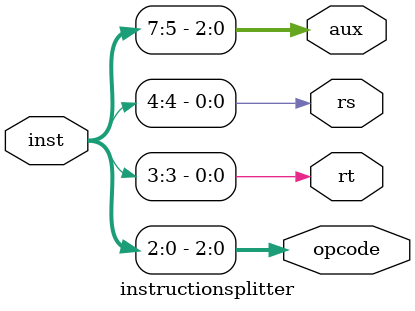
<source format=v>
`timescale 1ns / 1ps

// IF ID EXE MEM WB
module instructionsplitter(
        input  [7:0] inst,
        output [2:0] opcode,
        output rt,
        output rs,
        output [2:0] aux,
    );
    assign opcode = inst[0:2];
    assign rt = inst[3];
    assign rs = inst[4];
    assign aux = inst[7:5];
endmodule


</source>
